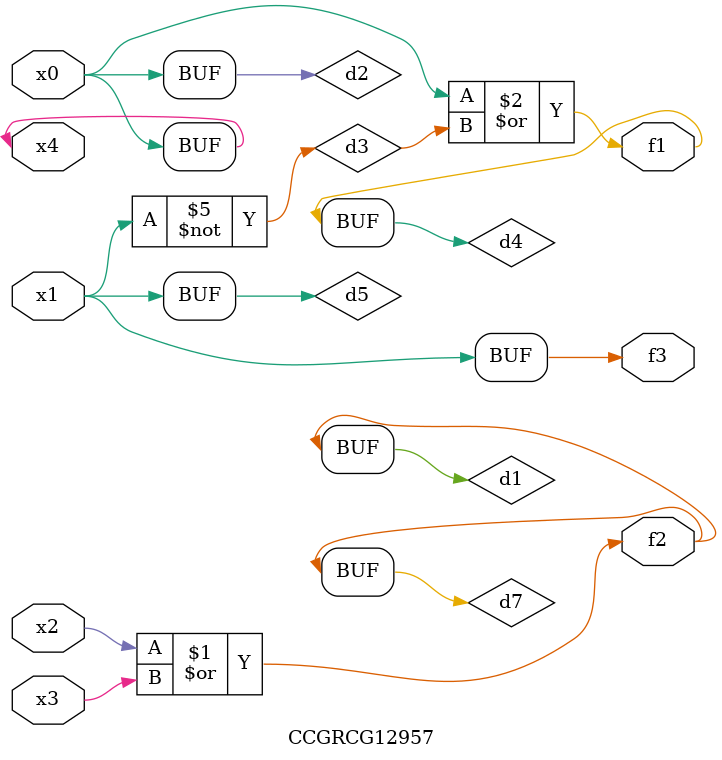
<source format=v>
module CCGRCG12957(
	input x0, x1, x2, x3, x4,
	output f1, f2, f3
);

	wire d1, d2, d3, d4, d5, d6, d7;

	or (d1, x2, x3);
	buf (d2, x0, x4);
	not (d3, x1);
	or (d4, d2, d3);
	not (d5, d3);
	nand (d6, d1, d3);
	or (d7, d1);
	assign f1 = d4;
	assign f2 = d7;
	assign f3 = d5;
endmodule

</source>
